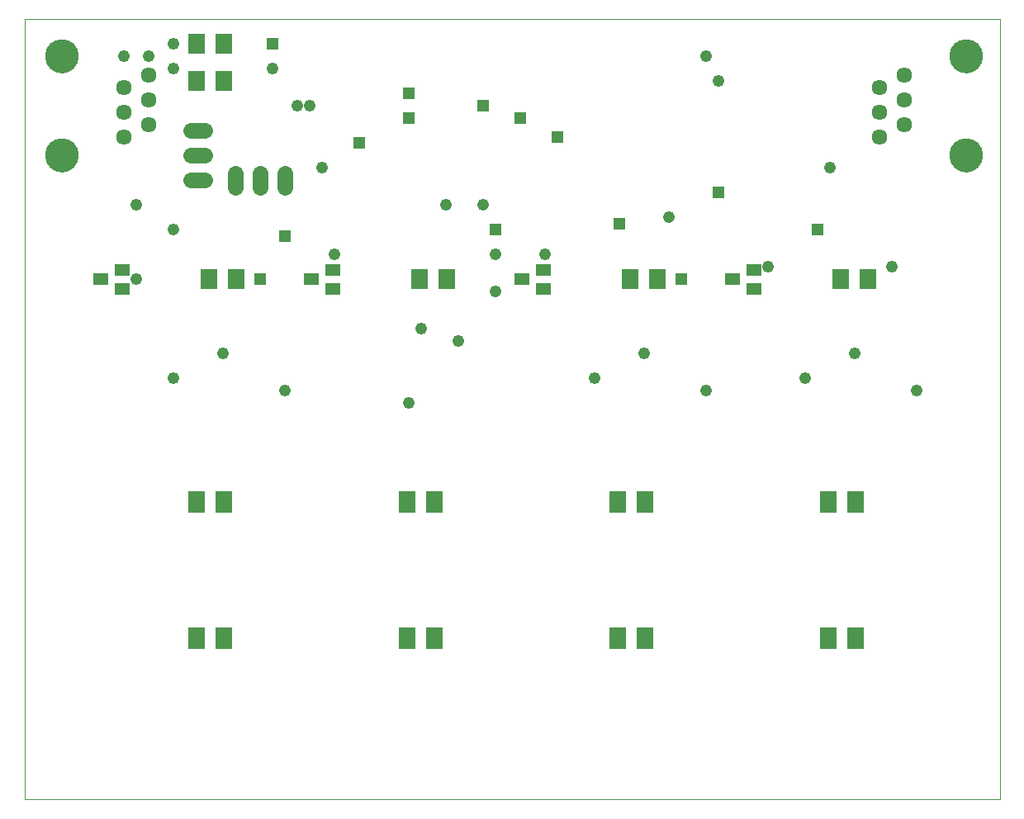
<source format=gbs>
G75*
%MOIN*%
%OFA0B0*%
%FSLAX24Y24*%
%IPPOS*%
%LPD*%
%AMOC8*
5,1,8,0,0,1.08239X$1,22.5*
%
%ADD10C,0.0000*%
%ADD11R,0.0710X0.0789*%
%ADD12R,0.0631X0.0474*%
%ADD13C,0.0634*%
%ADD14C,0.1360*%
%ADD15C,0.0640*%
%ADD16R,0.0710X0.0867*%
%ADD17C,0.0476*%
%ADD18R,0.0476X0.0476*%
%ADD19C,0.0480*%
D10*
X001704Y000220D02*
X001704Y031716D01*
X041074Y031716D01*
X041074Y000220D01*
X001704Y000220D01*
X002564Y026220D02*
X002566Y026270D01*
X002572Y026320D01*
X002582Y026369D01*
X002595Y026418D01*
X002613Y026465D01*
X002634Y026511D01*
X002658Y026554D01*
X002686Y026596D01*
X002717Y026636D01*
X002751Y026673D01*
X002788Y026707D01*
X002828Y026738D01*
X002870Y026766D01*
X002913Y026790D01*
X002959Y026811D01*
X003006Y026829D01*
X003055Y026842D01*
X003104Y026852D01*
X003154Y026858D01*
X003204Y026860D01*
X003254Y026858D01*
X003304Y026852D01*
X003353Y026842D01*
X003402Y026829D01*
X003449Y026811D01*
X003495Y026790D01*
X003538Y026766D01*
X003580Y026738D01*
X003620Y026707D01*
X003657Y026673D01*
X003691Y026636D01*
X003722Y026596D01*
X003750Y026554D01*
X003774Y026511D01*
X003795Y026465D01*
X003813Y026418D01*
X003826Y026369D01*
X003836Y026320D01*
X003842Y026270D01*
X003844Y026220D01*
X003842Y026170D01*
X003836Y026120D01*
X003826Y026071D01*
X003813Y026022D01*
X003795Y025975D01*
X003774Y025929D01*
X003750Y025886D01*
X003722Y025844D01*
X003691Y025804D01*
X003657Y025767D01*
X003620Y025733D01*
X003580Y025702D01*
X003538Y025674D01*
X003495Y025650D01*
X003449Y025629D01*
X003402Y025611D01*
X003353Y025598D01*
X003304Y025588D01*
X003254Y025582D01*
X003204Y025580D01*
X003154Y025582D01*
X003104Y025588D01*
X003055Y025598D01*
X003006Y025611D01*
X002959Y025629D01*
X002913Y025650D01*
X002870Y025674D01*
X002828Y025702D01*
X002788Y025733D01*
X002751Y025767D01*
X002717Y025804D01*
X002686Y025844D01*
X002658Y025886D01*
X002634Y025929D01*
X002613Y025975D01*
X002595Y026022D01*
X002582Y026071D01*
X002572Y026120D01*
X002566Y026170D01*
X002564Y026220D01*
X002564Y030220D02*
X002566Y030270D01*
X002572Y030320D01*
X002582Y030369D01*
X002595Y030418D01*
X002613Y030465D01*
X002634Y030511D01*
X002658Y030554D01*
X002686Y030596D01*
X002717Y030636D01*
X002751Y030673D01*
X002788Y030707D01*
X002828Y030738D01*
X002870Y030766D01*
X002913Y030790D01*
X002959Y030811D01*
X003006Y030829D01*
X003055Y030842D01*
X003104Y030852D01*
X003154Y030858D01*
X003204Y030860D01*
X003254Y030858D01*
X003304Y030852D01*
X003353Y030842D01*
X003402Y030829D01*
X003449Y030811D01*
X003495Y030790D01*
X003538Y030766D01*
X003580Y030738D01*
X003620Y030707D01*
X003657Y030673D01*
X003691Y030636D01*
X003722Y030596D01*
X003750Y030554D01*
X003774Y030511D01*
X003795Y030465D01*
X003813Y030418D01*
X003826Y030369D01*
X003836Y030320D01*
X003842Y030270D01*
X003844Y030220D01*
X003842Y030170D01*
X003836Y030120D01*
X003826Y030071D01*
X003813Y030022D01*
X003795Y029975D01*
X003774Y029929D01*
X003750Y029886D01*
X003722Y029844D01*
X003691Y029804D01*
X003657Y029767D01*
X003620Y029733D01*
X003580Y029702D01*
X003538Y029674D01*
X003495Y029650D01*
X003449Y029629D01*
X003402Y029611D01*
X003353Y029598D01*
X003304Y029588D01*
X003254Y029582D01*
X003204Y029580D01*
X003154Y029582D01*
X003104Y029588D01*
X003055Y029598D01*
X003006Y029611D01*
X002959Y029629D01*
X002913Y029650D01*
X002870Y029674D01*
X002828Y029702D01*
X002788Y029733D01*
X002751Y029767D01*
X002717Y029804D01*
X002686Y029844D01*
X002658Y029886D01*
X002634Y029929D01*
X002613Y029975D01*
X002595Y030022D01*
X002582Y030071D01*
X002572Y030120D01*
X002566Y030170D01*
X002564Y030220D01*
X039064Y030220D02*
X039066Y030270D01*
X039072Y030320D01*
X039082Y030369D01*
X039095Y030418D01*
X039113Y030465D01*
X039134Y030511D01*
X039158Y030554D01*
X039186Y030596D01*
X039217Y030636D01*
X039251Y030673D01*
X039288Y030707D01*
X039328Y030738D01*
X039370Y030766D01*
X039413Y030790D01*
X039459Y030811D01*
X039506Y030829D01*
X039555Y030842D01*
X039604Y030852D01*
X039654Y030858D01*
X039704Y030860D01*
X039754Y030858D01*
X039804Y030852D01*
X039853Y030842D01*
X039902Y030829D01*
X039949Y030811D01*
X039995Y030790D01*
X040038Y030766D01*
X040080Y030738D01*
X040120Y030707D01*
X040157Y030673D01*
X040191Y030636D01*
X040222Y030596D01*
X040250Y030554D01*
X040274Y030511D01*
X040295Y030465D01*
X040313Y030418D01*
X040326Y030369D01*
X040336Y030320D01*
X040342Y030270D01*
X040344Y030220D01*
X040342Y030170D01*
X040336Y030120D01*
X040326Y030071D01*
X040313Y030022D01*
X040295Y029975D01*
X040274Y029929D01*
X040250Y029886D01*
X040222Y029844D01*
X040191Y029804D01*
X040157Y029767D01*
X040120Y029733D01*
X040080Y029702D01*
X040038Y029674D01*
X039995Y029650D01*
X039949Y029629D01*
X039902Y029611D01*
X039853Y029598D01*
X039804Y029588D01*
X039754Y029582D01*
X039704Y029580D01*
X039654Y029582D01*
X039604Y029588D01*
X039555Y029598D01*
X039506Y029611D01*
X039459Y029629D01*
X039413Y029650D01*
X039370Y029674D01*
X039328Y029702D01*
X039288Y029733D01*
X039251Y029767D01*
X039217Y029804D01*
X039186Y029844D01*
X039158Y029886D01*
X039134Y029929D01*
X039113Y029975D01*
X039095Y030022D01*
X039082Y030071D01*
X039072Y030120D01*
X039066Y030170D01*
X039064Y030220D01*
X039064Y026220D02*
X039066Y026270D01*
X039072Y026320D01*
X039082Y026369D01*
X039095Y026418D01*
X039113Y026465D01*
X039134Y026511D01*
X039158Y026554D01*
X039186Y026596D01*
X039217Y026636D01*
X039251Y026673D01*
X039288Y026707D01*
X039328Y026738D01*
X039370Y026766D01*
X039413Y026790D01*
X039459Y026811D01*
X039506Y026829D01*
X039555Y026842D01*
X039604Y026852D01*
X039654Y026858D01*
X039704Y026860D01*
X039754Y026858D01*
X039804Y026852D01*
X039853Y026842D01*
X039902Y026829D01*
X039949Y026811D01*
X039995Y026790D01*
X040038Y026766D01*
X040080Y026738D01*
X040120Y026707D01*
X040157Y026673D01*
X040191Y026636D01*
X040222Y026596D01*
X040250Y026554D01*
X040274Y026511D01*
X040295Y026465D01*
X040313Y026418D01*
X040326Y026369D01*
X040336Y026320D01*
X040342Y026270D01*
X040344Y026220D01*
X040342Y026170D01*
X040336Y026120D01*
X040326Y026071D01*
X040313Y026022D01*
X040295Y025975D01*
X040274Y025929D01*
X040250Y025886D01*
X040222Y025844D01*
X040191Y025804D01*
X040157Y025767D01*
X040120Y025733D01*
X040080Y025702D01*
X040038Y025674D01*
X039995Y025650D01*
X039949Y025629D01*
X039902Y025611D01*
X039853Y025598D01*
X039804Y025588D01*
X039754Y025582D01*
X039704Y025580D01*
X039654Y025582D01*
X039604Y025588D01*
X039555Y025598D01*
X039506Y025611D01*
X039459Y025629D01*
X039413Y025650D01*
X039370Y025674D01*
X039328Y025702D01*
X039288Y025733D01*
X039251Y025767D01*
X039217Y025804D01*
X039186Y025844D01*
X039158Y025886D01*
X039134Y025929D01*
X039113Y025975D01*
X039095Y026022D01*
X039082Y026071D01*
X039072Y026120D01*
X039066Y026170D01*
X039064Y026220D01*
D11*
X035755Y021220D03*
X034653Y021220D03*
X027255Y021220D03*
X026153Y021220D03*
X018755Y021220D03*
X017653Y021220D03*
X010255Y021220D03*
X009153Y021220D03*
X008653Y029220D03*
X009755Y029220D03*
X009755Y030720D03*
X008653Y030720D03*
D12*
X005637Y021594D03*
X005637Y020846D03*
X004771Y021220D03*
X013271Y021220D03*
X014137Y020846D03*
X014137Y021594D03*
X021771Y021220D03*
X022637Y020846D03*
X022637Y021594D03*
X030271Y021220D03*
X031137Y020846D03*
X031137Y021594D03*
D13*
X036204Y026970D03*
X037204Y027470D03*
X036204Y027970D03*
X037204Y028470D03*
X036204Y028970D03*
X037204Y029470D03*
X006704Y029470D03*
X005704Y028970D03*
X006704Y028470D03*
X005704Y027970D03*
X006704Y027470D03*
X005704Y026970D03*
D14*
X003204Y026220D03*
X003204Y030220D03*
X039704Y030220D03*
X039704Y026220D03*
D15*
X012204Y025500D02*
X012204Y024940D01*
X011204Y024940D02*
X011204Y025500D01*
X010204Y025500D02*
X010204Y024940D01*
X008984Y025220D02*
X008424Y025220D01*
X008424Y026220D02*
X008984Y026220D01*
X008984Y027220D02*
X008424Y027220D01*
D16*
X008653Y012220D03*
X009755Y012220D03*
X017153Y012220D03*
X018255Y012220D03*
X025653Y012220D03*
X026755Y012220D03*
X034153Y012220D03*
X035255Y012220D03*
X035255Y006720D03*
X034153Y006720D03*
X026755Y006720D03*
X025653Y006720D03*
X018255Y006720D03*
X017153Y006720D03*
X009755Y006720D03*
X008653Y006720D03*
D17*
X020704Y020720D03*
X020704Y022220D03*
X020204Y024220D03*
X027704Y023720D03*
X007704Y023220D03*
D18*
X011204Y021220D03*
X012204Y022970D03*
X015204Y026720D03*
X017204Y027720D03*
X017204Y028720D03*
X020204Y028220D03*
X021704Y027720D03*
X023204Y026970D03*
X025704Y023470D03*
X028204Y021220D03*
X029704Y024720D03*
X033704Y023220D03*
X020704Y023220D03*
X011704Y030720D03*
D19*
X011704Y029720D03*
X012704Y028220D03*
X013204Y028220D03*
X013704Y025720D03*
X014204Y022220D03*
X017704Y019220D03*
X019204Y018720D03*
X017204Y016220D03*
X012204Y016720D03*
X009704Y018220D03*
X007704Y017220D03*
X006204Y021220D03*
X006204Y024220D03*
X007704Y029720D03*
X006704Y030220D03*
X005704Y030220D03*
X007704Y030720D03*
X018704Y024220D03*
X022704Y022220D03*
X026704Y018220D03*
X024704Y017220D03*
X029204Y016720D03*
X033204Y017220D03*
X035204Y018220D03*
X037704Y016720D03*
X036704Y021720D03*
X031704Y021720D03*
X034204Y025720D03*
X029704Y029220D03*
X029204Y030220D03*
M02*

</source>
